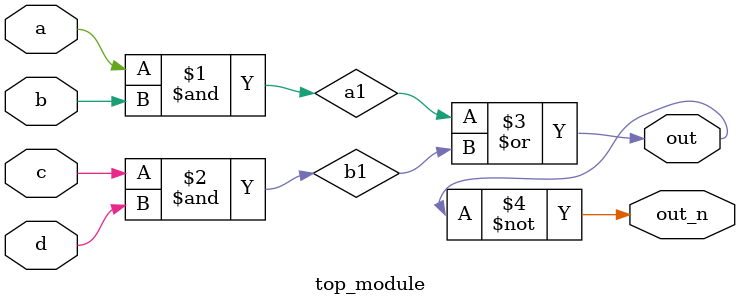
<source format=v>
module top_module(
  input a,
  input b,
  input c,
  input d,
  output out,
  output out_n);
  wire a1,b1;
  assign a1 = a & b;
  assign b1 = c & d;
  assign out = a1 | b1;
  assign out_n = ~out;
endmodule

</source>
